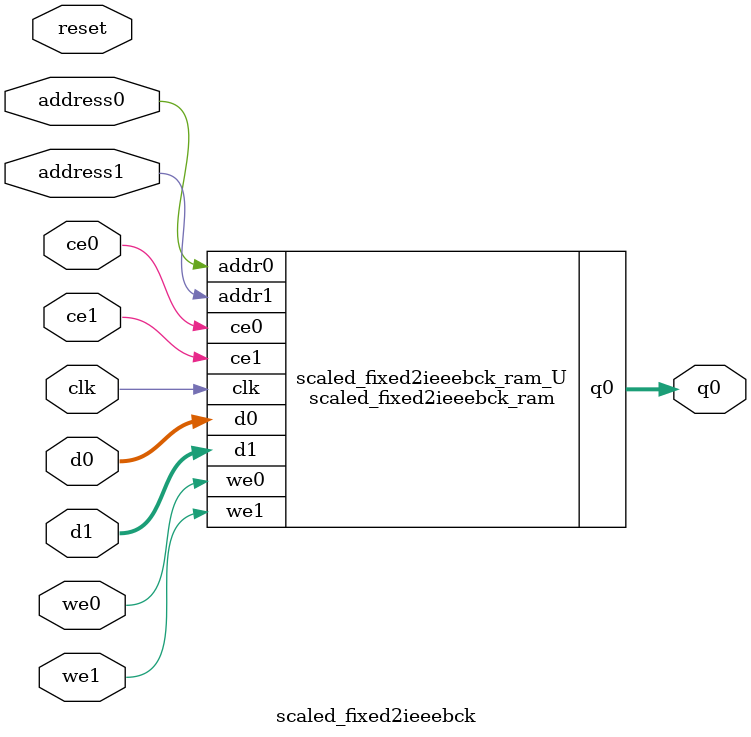
<source format=v>

`timescale 1 ns / 1 ps
module scaled_fixed2ieeebck_ram (addr0, ce0, d0, we0, q0, addr1, ce1, d1, we1,  clk);

parameter DWIDTH = 32;
parameter AWIDTH = 1;
parameter MEM_SIZE = 2;

input[AWIDTH-1:0] addr0;
input ce0;
input[DWIDTH-1:0] d0;
input we0;
output reg[DWIDTH-1:0] q0;
input[AWIDTH-1:0] addr1;
input ce1;
input[DWIDTH-1:0] d1;
input we1;
input clk;

(* ram_style = "block" *)reg [DWIDTH-1:0] ram[0:MEM_SIZE-1];




always @(posedge clk)  
begin 
    if (ce0) 
    begin
        if (we0) 
        begin 
            ram[addr0] <= d0; 
            q0 <= d0;
        end 
        else 
            q0 <= ram[addr0];
    end
end


always @(posedge clk)  
begin 
    if (ce1) 
    begin
        if (we1) 
        begin 
            ram[addr1] <= d1; 
        end 
    end
end


endmodule


`timescale 1 ns / 1 ps
module scaled_fixed2ieeebck(
    reset,
    clk,
    address0,
    ce0,
    we0,
    d0,
    q0,
    address1,
    ce1,
    we1,
    d1);

parameter DataWidth = 32'd32;
parameter AddressRange = 32'd2;
parameter AddressWidth = 32'd1;
input reset;
input clk;
input[AddressWidth - 1:0] address0;
input ce0;
input we0;
input[DataWidth - 1:0] d0;
output[DataWidth - 1:0] q0;
input[AddressWidth - 1:0] address1;
input ce1;
input we1;
input[DataWidth - 1:0] d1;



scaled_fixed2ieeebck_ram scaled_fixed2ieeebck_ram_U(
    .clk( clk ),
    .addr0( address0 ),
    .ce0( ce0 ),
    .we0( we0 ),
    .d0( d0 ),
    .q0( q0 ),
    .addr1( address1 ),
    .ce1( ce1 ),
    .we1( we1 ),
    .d1( d1 ));

endmodule


</source>
